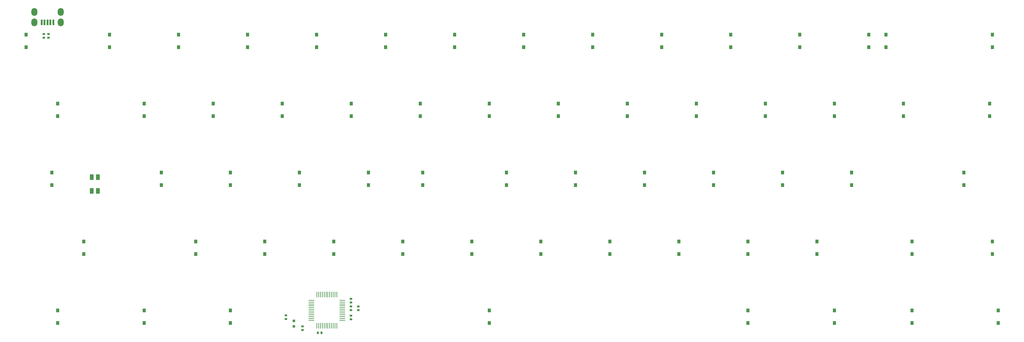
<source format=gbp>
G04 #@! TF.FileFunction,Paste,Bot*
%FSLAX46Y46*%
G04 Gerber Fmt 4.6, Leading zero omitted, Abs format (unit mm)*
G04 Created by KiCad (PCBNEW (2015-07-17 BZR 5958)-product) date 8/7/2015 2:15:52 AM*
%MOMM*%
G01*
G04 APERTURE LIST*
%ADD10C,0.150000*%
%ADD11R,0.650000X0.600000*%
%ADD12R,0.600000X0.650000*%
%ADD13R,0.797560X0.797560*%
%ADD14R,1.100000X1.600000*%
%ADD15R,1.498600X0.248920*%
%ADD16R,0.248920X1.498600*%
%ADD17R,0.500000X1.600000*%
%ADD18O,1.650000X2.200000*%
%ADD19R,0.850900X1.000760*%
G04 APERTURE END LIST*
D10*
D11*
X164211000Y-148201000D03*
X164211000Y-147201000D03*
X166243000Y-148201000D03*
X166243000Y-147201000D03*
X164211000Y-145042000D03*
X164211000Y-146042000D03*
X164211000Y-149741000D03*
X164211000Y-150741000D03*
D12*
X156093000Y-154421000D03*
X155093000Y-154421000D03*
D11*
X146304000Y-149614000D03*
X146304000Y-150614000D03*
D13*
X148463000Y-151142700D03*
X148463000Y-152641300D03*
D11*
X79502000Y-71890000D03*
X79502000Y-72890000D03*
X80772000Y-71890000D03*
X80772000Y-72890000D03*
X150876000Y-152662000D03*
X150876000Y-153662000D03*
D14*
X94409300Y-115248000D03*
X92708400Y-115248000D03*
X94409300Y-111448000D03*
X92707500Y-111448000D03*
D15*
X161904680Y-145460720D03*
X161904680Y-145961100D03*
X161904680Y-146461480D03*
X161904680Y-146959320D03*
X161904680Y-147459700D03*
X161904680Y-147960080D03*
X161904680Y-148457920D03*
X161904680Y-148958300D03*
X161904680Y-149458680D03*
X161904680Y-149956520D03*
X161904680Y-150456900D03*
X161904680Y-150957280D03*
D16*
X160355280Y-152506680D03*
X159854900Y-152506680D03*
X159354520Y-152506680D03*
X158856680Y-152506680D03*
X158356300Y-152506680D03*
X157855920Y-152506680D03*
X157358080Y-152506680D03*
X156857700Y-152506680D03*
X156357320Y-152506680D03*
X155859480Y-152506680D03*
X155359100Y-152506680D03*
X154858720Y-152506680D03*
D15*
X153309320Y-150957280D03*
X153309320Y-150456900D03*
X153309320Y-149956520D03*
X153309320Y-149458680D03*
X153309320Y-148958300D03*
X153309320Y-148457920D03*
X153309320Y-147960080D03*
X153309320Y-147459700D03*
X153309320Y-146959320D03*
X153309320Y-146461480D03*
X153309320Y-145961100D03*
X153309320Y-145460720D03*
D16*
X154858720Y-143911320D03*
X155359100Y-143911320D03*
X155859480Y-143911320D03*
X156357320Y-143911320D03*
X156857700Y-143911320D03*
X157358080Y-143911320D03*
X157855920Y-143911320D03*
X158356300Y-143911320D03*
X158856680Y-143911320D03*
X159354520Y-143911320D03*
X159854900Y-143911320D03*
X160355280Y-143911320D03*
D17*
X80510000Y-68720000D03*
X78910000Y-68720000D03*
X79710000Y-68720000D03*
X81310000Y-68720000D03*
X82110000Y-68720000D03*
D18*
X76860000Y-68720000D03*
X84160000Y-68720000D03*
X84160000Y-65820000D03*
X76860000Y-65820000D03*
D19*
X74549000Y-75571400D03*
X74549000Y-72071280D03*
X97631200Y-75571400D03*
X97631200Y-72071280D03*
X116681000Y-75571400D03*
X116681000Y-72071280D03*
X135731000Y-75571400D03*
X135731000Y-72071280D03*
X154781000Y-75571400D03*
X154781000Y-72071280D03*
X173831000Y-75571400D03*
X173831000Y-72071280D03*
X192881000Y-75571400D03*
X192881000Y-72071280D03*
X211931000Y-75571400D03*
X211931000Y-72071280D03*
X230981000Y-75571400D03*
X230981000Y-72071280D03*
X250031000Y-75571400D03*
X250031000Y-72071280D03*
X269081000Y-75571400D03*
X269081000Y-72071280D03*
X288131000Y-75571400D03*
X288131000Y-72071280D03*
X307181000Y-75571400D03*
X307181000Y-72071280D03*
X311944000Y-75572600D03*
X311944000Y-72072480D03*
X341250000Y-75572600D03*
X341250000Y-72072480D03*
X83343800Y-94621400D03*
X83343800Y-91121280D03*
X107156000Y-94621400D03*
X107156000Y-91121280D03*
X126206000Y-94621400D03*
X126206000Y-91121280D03*
X145256000Y-94621400D03*
X145256000Y-91121280D03*
X164306000Y-94621400D03*
X164306000Y-91121280D03*
X183356000Y-94621400D03*
X183356000Y-91121280D03*
X202406000Y-94621400D03*
X202406000Y-91121280D03*
X221456000Y-94621400D03*
X221456000Y-91121280D03*
X240506000Y-94621400D03*
X240506000Y-91121280D03*
X259556000Y-94621400D03*
X259556000Y-91121280D03*
X278606000Y-94621400D03*
X278606000Y-91121280D03*
X297656000Y-94621400D03*
X297656000Y-91121280D03*
X316706000Y-94621400D03*
X316706000Y-91121280D03*
X340519000Y-94621400D03*
X340519000Y-91121280D03*
X81694000Y-113672600D03*
X81694000Y-110172480D03*
X111919000Y-113671600D03*
X111919000Y-110171480D03*
X130969000Y-113671600D03*
X130969000Y-110171480D03*
X150019000Y-113671600D03*
X150019000Y-110171480D03*
X169069000Y-113671600D03*
X169069000Y-110171480D03*
X184086000Y-113672600D03*
X184086000Y-110172480D03*
X207169000Y-113671600D03*
X207169000Y-110171480D03*
X226219000Y-113671600D03*
X226219000Y-110171480D03*
X245269000Y-113671600D03*
X245269000Y-110171480D03*
X264319000Y-113671600D03*
X264319000Y-110171480D03*
X283369000Y-113671600D03*
X283369000Y-110171480D03*
X302419000Y-113671600D03*
X302419000Y-110171480D03*
X333375000Y-113671600D03*
X333375000Y-110171480D03*
X90487500Y-132721600D03*
X90487500Y-129221480D03*
X121444000Y-132721600D03*
X121444000Y-129221480D03*
X140494000Y-132721600D03*
X140494000Y-129221480D03*
X159544000Y-132721600D03*
X159544000Y-129221480D03*
X178594000Y-132721600D03*
X178594000Y-129221480D03*
X197644000Y-132721600D03*
X197644000Y-129221480D03*
X216694000Y-132721600D03*
X216694000Y-129221480D03*
X235744000Y-132721600D03*
X235744000Y-129221480D03*
X254794000Y-132721600D03*
X254794000Y-129221480D03*
X273844000Y-132721600D03*
X273844000Y-129221480D03*
X292894000Y-132721600D03*
X292894000Y-129221480D03*
X319088000Y-132721600D03*
X319088000Y-129221480D03*
X341250000Y-132721600D03*
X341250000Y-129221480D03*
X83345500Y-151774600D03*
X83345500Y-148274480D03*
X107158000Y-151774600D03*
X107158000Y-148274480D03*
X130972000Y-151774600D03*
X130972000Y-148274480D03*
X202410000Y-151774600D03*
X202410000Y-148274480D03*
X273850000Y-151774600D03*
X273850000Y-148274480D03*
X297662000Y-151774600D03*
X297662000Y-148274480D03*
X319094000Y-151774600D03*
X319094000Y-148274480D03*
X342907000Y-151774600D03*
X342907000Y-148274480D03*
M02*

</source>
